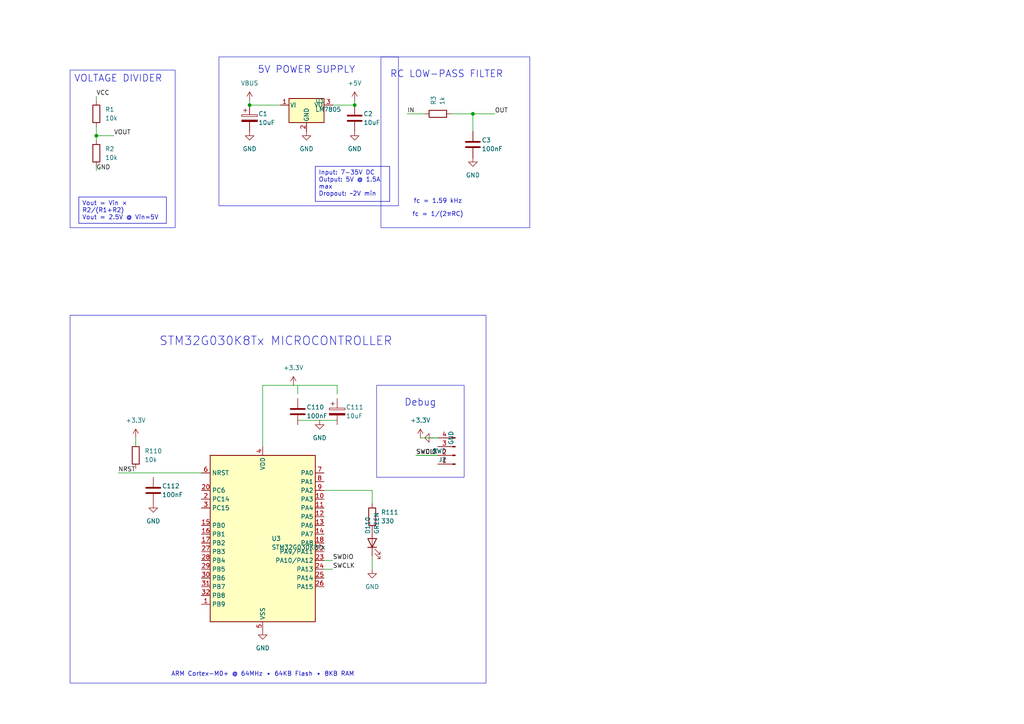
<source format=kicad_sch>
(kicad_sch (version 20250114) (generator "eeschema") (generator_version "9.0")
  (paper "A4")
  (title_block (title "Demo_All_Circuits"))
  (lib_symbols
    (symbol "Device:R" (pin_numbers (hide yes)) (pin_names (offset 0))
      (property "Reference" "R" (at 2.032 0 90))
      (property "Value" "R" (at 0 0 90))
      (symbol "R_0_1"
        (rectangle (start -1.016 -2.54) (end 1.016 2.54) (stroke (width 0.254)))
      )
      (symbol "R_1_1"
        (pin passive line (at 0 3.81 270) (length 1.27) (name "~") (number "1"))
        (pin passive line (at 0 -3.81 90) (length 1.27) (name "~") (number "2"))
      )
    )
    (symbol "Device:C_Polarized" (pin_numbers (hide yes)) (pin_names (offset 0.254))
      (property "Reference" "C" (at 0.635 2.54 0))
      (property "Value" "C_Polarized" (at 0.635 -2.54 0))
      (symbol "C_Polarized_0_1"
        (rectangle (start -2.286 0.508) (end 2.286 1.016))
        (polyline (pts (xy -1.778 2.286) (xy -0.762 2.286)))
        (polyline (pts (xy -1.27 2.794) (xy -1.27 1.778)))
        (rectangle (start 2.286 -0.508) (end -2.286 -1.016) (fill (type outline)))
      )
      (symbol "C_Polarized_1_1"
        (pin passive line (at 0 3.81 270) (length 2.794) (name "~") (number "1"))
        (pin passive line (at 0 -3.81 90) (length 2.794) (name "~") (number "2"))
      )
    )
    (symbol "Regulator_Linear:LM7805_TO220" (pin_names (offset 0.254))
      (property "Reference" "U" (at -3.81 3.175 0))
      (property "Value" "LM7805_TO220" (at 0 3.175 0))
      (symbol "LM7805_TO220_0_1"
        (rectangle (start -5.08 1.905) (end 5.08 -5.08) (stroke (width 0.254)) (fill (type background)))
      )
      (symbol "LM7805_TO220_1_1"
        (pin power_in line (at -7.62 0 0) (length 2.54) (name "VI") (number "1"))
        (pin power_in line (at 0 -7.62 90) (length 2.54) (name "GND") (number "2"))
        (pin power_out line (at 7.62 0 180) (length 2.54) (name "VO") (number "3"))
      )
    )
    (symbol "Device:C" (pin_numbers (hide yes)) (pin_names (offset 0.254))
      (property "Reference" "C" (at 0.635 2.54 0))
      (property "Value" "C" (at 0.635 -2.54 0))
      (symbol "C_0_1"
        (polyline (pts (xy -2.032 0.762) (xy 2.032 0.762)) (stroke (width 0.508)))
        (polyline (pts (xy -2.032 -0.762) (xy 2.032 -0.762)) (stroke (width 0.508)))
      )
      (symbol "C_1_1"
        (pin passive line (at 0 3.81 270) (length 2.794) (name "~") (number "1"))
        (pin passive line (at 0 -3.81 90) (length 2.794) (name "~") (number "2"))
      )
    )
    (symbol "power:VBUS" (power) (pin_numbers (hide yes)) (pin_names (offset 0) (hide yes))
      (property "Value" "VBUS" (at 0 3.556 0))
      (symbol "VBUS_0_1"
        (polyline (pts (xy -0.762 1.27) (xy 0 2.54)))
        (polyline (pts (xy 0 2.54) (xy 0.762 1.27)))
        (polyline (pts (xy 0 0) (xy 0 2.54)))
      )
      (symbol "VBUS_1_1"
        (pin power_in line (at 0 0 90) (length 0) (name "~") (number "1"))
      )
    )
    (symbol "power:+5V" (power) (pin_numbers (hide yes)) (pin_names (offset 0) (hide yes))
      (property "Value" "+5V" (at 0 3.556 0))
      (symbol "+5V_0_1"
        (polyline (pts (xy -0.762 1.27) (xy 0 2.54)))
        (polyline (pts (xy 0 2.54) (xy 0.762 1.27)))
        (polyline (pts (xy 0 0) (xy 0 2.54)))
      )
      (symbol "+5V_1_1"
        (pin power_in line (at 0 0 90) (length 0) (name "~") (number "1"))
      )
    )
    (symbol "power:GND" (power) (pin_numbers (hide yes)) (pin_names (offset 0) (hide yes))
      (property "Value" "GND" (at 0 -3.81 0))
      (symbol "GND_0_1"
        (polyline (pts (xy 0 0) (xy 0 -1.27) (xy 1.27 -1.27) (xy 0 -2.54) (xy -1.27 -1.27) (xy 0 -1.27)))
      )
      (symbol "GND_1_1"
        (pin power_in line (at 0 0 270) (length 0) (name "~") (number "1"))
      )
    )
    (symbol "MCU_ST_STM32G0:STM32G030K8Tx"
      (property "Reference" "U" (at -15.24 26.67 0))
      (property "Value" "STM32G030K8Tx" (at 2.54 26.67 0))
      (symbol "STM32G030K8Tx_0_1"
        (rectangle (start -15.24 -22.86) (end 15.24 25.4) (stroke (width 0.254)) (fill (type background)))
      )
      (symbol "STM32G030K8Tx_1_1"
        (pin input line (at -17.78 20.32 0) (length 2.54) (name "NRST") (number "6"))
        (pin bidirectional line (at -17.78 15.24 0) (length 2.54) (name "PC6") (number "20"))
        (pin bidirectional line (at -17.78 12.7 0) (length 2.54) (name "PC14") (number "2"))
        (pin bidirectional line (at -17.78 10.16 0) (length 2.54) (name "PC15") (number "3"))
        (pin bidirectional line (at -17.78 5.08 0) (length 2.54) (name "PB0") (number "15"))
        (pin bidirectional line (at -17.78 2.54 0) (length 2.54) (name "PB1") (number "16"))
        (pin bidirectional line (at -17.78 0 0) (length 2.54) (name "PB2") (number "17"))
        (pin bidirectional line (at -17.78 -2.54 0) (length 2.54) (name "PB3") (number "27"))
        (pin bidirectional line (at -17.78 -5.08 0) (length 2.54) (name "PB4") (number "28"))
        (pin bidirectional line (at -17.78 -7.62 0) (length 2.54) (name "PB5") (number "29"))
        (pin bidirectional line (at -17.78 -10.16 0) (length 2.54) (name "PB6") (number "30"))
        (pin bidirectional line (at -17.78 -12.7 0) (length 2.54) (name "PB7") (number "31"))
        (pin bidirectional line (at -17.78 -15.24 0) (length 2.54) (name "PB8") (number "32"))
        (pin bidirectional line (at -17.78 -17.78 0) (length 2.54) (name "PB9") (number "1"))
        (pin no_connect line (at -15.24 -20.32 0) (length 2.54) (hide yes) (name "NC/PA10") (number "21"))
        (pin no_connect line (at -15.24 -22.86 0) (length 2.54) (hide yes) (name "NC/PA9") (number "19"))
        (pin power_in line (at 0 27.94 270) (length 2.54) (name "VDD") (number "4"))
        (pin power_in line (at 0 -25.4 90) (length 2.54) (name "VSS") (number "5"))
        (pin bidirectional line (at 17.78 20.32 180) (length 2.54) (name "PA0") (number "7"))
        (pin bidirectional line (at 17.78 17.78 180) (length 2.54) (name "PA1") (number "8"))
        (pin bidirectional line (at 17.78 15.24 180) (length 2.54) (name "PA2") (number "9"))
        (pin bidirectional line (at 17.78 12.7 180) (length 2.54) (name "PA3") (number "10"))
        (pin bidirectional line (at 17.78 10.16 180) (length 2.54) (name "PA4") (number "11"))
        (pin bidirectional line (at 17.78 7.62 180) (length 2.54) (name "PA5") (number "12"))
        (pin bidirectional line (at 17.78 5.08 180) (length 2.54) (name "PA6") (number "13"))
        (pin bidirectional line (at 17.78 2.54 180) (length 2.54) (name "PA7") (number "14"))
        (pin bidirectional line (at 17.78 0 180) (length 2.54) (name "PA8") (number "18"))
        (pin bidirectional line (at 17.78 -2.54 180) (length 2.54) (name "PA9/PA11") (number "22"))
        (pin bidirectional line (at 17.78 -5.08 180) (length 2.54) (name "PA10/PA12") (number "23"))
        (pin bidirectional line (at 17.78 -7.62 180) (length 2.54) (name "PA13") (number "24"))
        (pin bidirectional line (at 17.78 -10.16 180) (length 2.54) (name "PA14") (number "25"))
        (pin bidirectional line (at 17.78 -12.7 180) (length 2.54) (name "PA15") (number "26"))
      )
    )
    (symbol "Device:LED" (pin_numbers (hide yes)) (pin_names (offset 1.016) (hide yes))
      (property "Reference" "D" (at 0 2.54 0))
      (property "Value" "LED" (at 0 -2.54 0))
      (symbol "LED_0_1"
        (polyline (pts (xy -3.048 -0.762) (xy -4.572 -2.286) (xy -3.81 -2.286) (xy -4.572 -2.286) (xy -4.572 -1.524)))
        (polyline (pts (xy -1.778 -0.762) (xy -3.302 -2.286) (xy -2.54 -2.286) (xy -3.302 -2.286) (xy -3.302 -1.524)))
        (polyline (pts (xy -1.27 0) (xy 1.27 0)))
        (polyline (pts (xy -1.27 -1.27) (xy -1.27 1.27)) (stroke (width 0.254)))
        (polyline (pts (xy 1.27 -1.27) (xy 1.27 1.27) (xy -1.27 0) (xy 1.27 -1.27)) (stroke (width 0.254)))
      )
      (symbol "LED_1_1"
        (pin passive line (at -3.81 0 0) (length 2.54) (name "K") (number "1"))
        (pin passive line (at 3.81 0 180) (length 2.54) (name "A") (number "2"))
      )
    )
    (symbol "Connector:Conn_01x04_Pin" (pin_names (offset 1.016) (hide yes))
      (property "Reference" "J" (at 0 5.08 0))
      (property "Value" "Conn_01x04_Pin" (at 0 -7.62 0))
      (symbol "Conn_01x04_Pin_1_1"
        (rectangle (start 0.8636 2.667) (end 0 2.413) (stroke (width 0.1524)) (fill (type outline)))
        (rectangle (start 0.8636 0.127) (end 0 -0.127) (stroke (width 0.1524)) (fill (type outline)))
        (rectangle (start 0.8636 -2.413) (end 0 -2.667) (stroke (width 0.1524)) (fill (type outline)))
        (rectangle (start 0.8636 -4.953) (end 0 -5.207) (stroke (width 0.1524)) (fill (type outline)))
        (polyline (pts (xy 1.27 2.54) (xy 0.8636 2.54)) (stroke (width 0.1524)))
        (polyline (pts (xy 1.27 0) (xy 0.8636 0)) (stroke (width 0.1524)))
        (polyline (pts (xy 1.27 -2.54) (xy 0.8636 -2.54)) (stroke (width 0.1524)))
        (polyline (pts (xy 1.27 -5.08) (xy 0.8636 -5.08)) (stroke (width 0.1524)))
        (pin passive line (at 5.08 2.54 180) (length 3.81) (name "Pin_1") (number "1"))
        (pin passive line (at 5.08 0 180) (length 3.81) (name "Pin_2") (number "2"))
        (pin passive line (at 5.08 -2.54 180) (length 3.81) (name "Pin_3") (number "3"))
        (pin passive line (at 5.08 -5.08 180) (length 3.81) (name "Pin_4") (number "4"))
      )
    )
    (symbol "power:+3.3V" (power) (pin_numbers (hide yes)) (pin_names (offset 0) (hide yes))
      (property "Value" "+3.3V" (at 0 3.556 0))
      (symbol "+3.3V_0_1"
        (polyline (pts (xy -0.762 1.27) (xy 0 2.54)))
        (polyline (pts (xy 0 2.54) (xy 0.762 1.27)))
        (polyline (pts (xy 0 0) (xy 0 2.54)))
      )
      (symbol "+3.3V_1_1"
        (pin power_in line (at 0 0 90) (length 0) (name "~") (number "1"))
      )
    )
  )
  (symbol (lib_id "Device:R") (at 27.94 33.02 0) (unit 1)
    (property "Reference" "R1" (at 30.48 31.7499 0) (effects (justify left)))
    (property "Value" "10k" (at 30.48 34.2899 0) (effects (justify left)))
  )
  (symbol (lib_id "Device:R") (at 27.94 44.45 0) (unit 1)
    (property "Reference" "R2" (at 30.48 43.1799 0) (effects (justify left)))
    (property "Value" "10k" (at 30.48 45.7199 0) (effects (justify left)))
  )
  (symbol (lib_id "Device:C_Polarized") (at 72.39 34.29 0) (unit 1)
    (property "Reference" "C1" (at 74.93 33.0199 0) (effects (justify left)))
    (property "Value" "10uF" (at 74.93 35.5599 0) (effects (justify left)))
  )
  (symbol (lib_id "Regulator_Linear:LM7805_TO220") (at 88.9 30.48 0) (unit 1)
    (property "Reference" "U1" (at 91.44 29.2099 0) (effects (justify left)))
    (property "Value" "LM7805" (at 91.44 31.7499 0) (effects (justify left)))
  )
  (symbol (lib_id "Device:C") (at 102.87 34.29 0) (unit 1)
    (property "Reference" "C2" (at 105.41 33.0199 0) (effects (justify left)))
    (property "Value" "10uF" (at 105.41 35.5599 0) (effects (justify left)))
  )
  (symbol (lib_id "power:VBUS") (at 72.39 29.21 0) (unit 1)
    (property "Reference" "#PWR01" (effects (hide yes)))
    (property "Value" "VBUS" (at 72.39 24.13 0))
  )
  (symbol (lib_id "power:+5V") (at 102.87 29.21 0) (unit 1)
    (property "Reference" "#PWR02" (effects (hide yes)))
    (property "Value" "+5V" (at 102.87 24.13 0))
  )
  (symbol (lib_id "power:GND") (at 72.39 38.1 0) (unit 1)
    (property "Reference" "#PWR03" (effects (hide yes)))
    (property "Value" "GND" (at 72.39 43.18 0))
  )
  (symbol (lib_id "power:GND") (at 88.9 38.1 0) (unit 1)
    (property "Reference" "#PWR04" (effects (hide yes)))
    (property "Value" "GND" (at 88.9 43.18 0))
  )
  (symbol (lib_id "power:GND") (at 102.87 38.1 0) (unit 1)
    (property "Reference" "#PWR05" (effects (hide yes)))
    (property "Value" "GND" (at 102.87 43.18 0))
  )
  (symbol (lib_id "Device:R") (at 127 33.02 90) (unit 1)
    (property "Reference" "R3" (at 125.7299 30.48 0) (effects (justify left)))
    (property "Value" "1k" (at 128.2699 30.48 0) (effects (justify left)))
  )
  (symbol (lib_id "Device:C") (at 137.16 41.91 0) (unit 1)
    (property "Reference" "C3" (at 139.7 40.6399 0) (effects (justify left)))
    (property "Value" "100nF" (at 139.7 43.1799 0) (effects (justify left)))
  )
  (symbol (lib_id "power:GND") (at 137.16 45.72 0) (unit 1)
    (property "Reference" "#PWR06" (effects (hide yes)))
    (property "Value" "GND" (at 137.16 50.8 0))
  )
  (symbol (lib_id "MCU_ST_STM32G0:STM32G030K8Tx") (at 76.2 157.48 0) (unit 1)
    (property "Reference" "U3" (at 78.74 156.2099 0) (effects (justify left)))
    (property "Value" "STM32G030K8Tx" (at 78.74 158.7499 0) (effects (justify left)))
  )
  (symbol (lib_id "Device:R") (at 39.37 132.08 0) (unit 1)
    (property "Reference" "R110" (at 41.91 130.8099 0) (effects (justify left)))
    (property "Value" "10k" (at 41.91 133.3499 0) (effects (justify left)))
  )
  (symbol (lib_id "Device:R") (at 107.95 149.86 0) (unit 1)
    (property "Reference" "R111" (at 110.49 148.5899 0) (effects (justify left)))
    (property "Value" "330" (at 110.49 151.1299 0) (effects (justify left)))
  )
  (symbol (lib_id "Device:LED") (at 107.95 157.48 90) (unit 1)
    (property "Reference" "D110" (at 106.6799 154.94 0) (effects (justify left)))
    (property "Value" "GREEN" (at 109.2199 154.94 0) (effects (justify left)))
  )
  (symbol (lib_id "Device:C") (at 86.36 119.38 0) (unit 1)
    (property "Reference" "C110" (at 88.9 118.1099 0) (effects (justify left)))
    (property "Value" "100nF" (at 88.9 120.6499 0) (effects (justify left)))
  )
  (symbol (lib_id "Device:C_Polarized") (at 97.79 119.38 0) (unit 1)
    (property "Reference" "C111" (at 100.33 118.1099 0) (effects (justify left)))
    (property "Value" "10uF" (at 100.33 120.6499 0) (effects (justify left)))
  )
  (symbol (lib_id "Device:C") (at 44.45 142.24 0) (unit 1)
    (property "Reference" "C112" (at 46.99 140.9699 0) (effects (justify left)))
    (property "Value" "100nF" (at 46.99 143.5099 0) (effects (justify left)))
  )
  (symbol (lib_id "Connector:Conn_01x04_Pin") (at 132.08 132.08 180) (unit 1)
    (property "Reference" "J2" (at 129.54 133.3501 0) (effects (justify left)))
    (property "Value" "SWD" (at 129.54 130.8101 0) (effects (justify left)))
  )
  (symbol (lib_id "power:+3.3V") (at 85.09 111.76 0) (unit 1)
    (property "Reference" "#PWR120" (effects (hide yes)))
    (property "Value" "+3.3V" (at 85.09 106.68 0))
  )
  (symbol (lib_id "power:+3.3V") (at 121.92 127 0) (unit 1)
    (property "Reference" "#PWR121" (effects (hide yes)))
    (property "Value" "+3.3V" (at 121.92 121.92 0))
  )
  (symbol (lib_id "power:+3.3V") (at 39.37 127 0) (unit 1)
    (property "Reference" "#PWR122" (effects (hide yes)))
    (property "Value" "+3.3V" (at 39.37 121.92 0))
  )
  (symbol (lib_id "power:GND") (at 107.95 165.1 0) (unit 1)
    (property "Reference" "#PWR123" (effects (hide yes)))
    (property "Value" "GND" (at 107.95 170.18 0))
  )
  (symbol (lib_id "power:GND") (at 92.71 121.92 0) (unit 1)
    (property "Reference" "#PWR124" (effects (hide yes)))
    (property "Value" "GND" (at 92.71 127 0))
  )
  (symbol (lib_id "power:GND") (at 76.2 182.88 0) (unit 1)
    (property "Reference" "#PWR125" (effects (hide yes)))
    (property "Value" "GND" (at 76.2 187.96 0))
  )
  (symbol (lib_id "power:GND") (at 44.45 146.05 0) (unit 1)
    (property "Reference" "#PWR126" (effects (hide yes)))
    (property "Value" "GND" (at 44.45 151.13 0))
  )
  (symbol (lib_id "power:GND") (at 125.73 127 270) (unit 1)
    (property "Reference" "#PWR127" (effects (hide yes)))
    (property "Value" "GND" (at 130.81 127 0))
  )
  (wire (pts (xy 27.94 27.94) (xy 27.94 29.21)))
  (wire (pts (xy 27.94 36.83) (xy 27.94 39.37)))
  (wire (pts (xy 27.94 39.37) (xy 27.94 40.64)))
  (wire (pts (xy 27.94 48.26) (xy 27.94 49.53)))
  (wire (pts (xy 27.94 39.37) (xy 33.02 39.37)))
  (wire (pts (xy 72.39 29.21) (xy 72.39 30.48)))
  (wire (pts (xy 72.39 30.48) (xy 72.39 30.48)))
  (wire (pts (xy 72.39 30.48) (xy 81.28 30.48)))
  (wire (pts (xy 96.52 30.48) (xy 102.87 30.48)))
  (wire (pts (xy 102.87 30.48) (xy 102.87 30.48)))
  (wire (pts (xy 102.87 30.48) (xy 102.87 29.21)))
  (wire (pts (xy 72.39 38.1) (xy 72.39 38.1)))
  (wire (pts (xy 88.9 38.1) (xy 88.9 38.1)))
  (wire (pts (xy 102.87 38.1) (xy 102.87 38.1)))
  (wire (pts (xy 118.11 33.02) (xy 123.19 33.02)))
  (wire (pts (xy 130.81 33.02) (xy 137.16 33.02)))
  (wire (pts (xy 137.16 33.02) (xy 143.51 33.02)))
  (wire (pts (xy 137.16 33.02) (xy 137.16 38.1)))
  (wire (pts (xy 137.16 45.72) (xy 137.16 45.72)))
  (wire (pts (xy 86.36 121.92) (xy 92.71 121.92)))
  (wire (pts (xy 92.71 121.92) (xy 97.79 121.92)))
  (wire (pts (xy 76.2 111.76) (xy 85.09 111.76)))
  (wire (pts (xy 85.09 111.76) (xy 86.36 111.76)))
  (wire (pts (xy 86.36 111.76) (xy 97.79 111.76)))
  (wire (pts (xy 76.2 111.76) (xy 76.2 130.81)))
  (wire (pts (xy 85.09 111.76) (xy 85.09 111.76)))
  (wire (pts (xy 86.36 111.76) (xy 86.36 114.3)))
  (wire (pts (xy 97.79 111.76) (xy 97.79 114.3)))
  (wire (pts (xy 39.37 137.16) (xy 44.45 137.16)))
  (wire (pts (xy 44.45 137.16) (xy 58.42 137.16)))
  (wire (pts (xy 34.29 137.16) (xy 39.37 137.16)))
  (wire (pts (xy 39.37 129.54) (xy 39.37 127)))
  (wire (pts (xy 93.98 142.24) (xy 107.95 142.24)))
  (wire (pts (xy 107.95 142.24) (xy 107.95 146.05)))
  (wire (pts (xy 107.95 152.4) (xy 107.95 152.4)))
  (wire (pts (xy 107.95 160.02) (xy 107.95 165.1)))
  (wire (pts (xy 121.92 127) (xy 127 127)))
  (wire (pts (xy 125.73 127) (xy 127 127)))
  (wire (pts (xy 120.65 132.08) (xy 127 132.08)))
  (wire (pts (xy 120.65 132.08) (xy 127 132.08)))
  (wire (pts (xy 96.52 162.56) (xy 93.98 162.56)))
  (wire (pts (xy 96.52 165.1) (xy 93.98 165.1)))
  (junction (at 27.94 39.37))
  (junction (at 72.39 30.48))
  (junction (at 102.87 30.48))
  (junction (at 137.16 33.02))
  (label "VCC" (at 27.94 27.94 0))
  (label "VOUT" (at 33.02 39.37 0))
  (label "GND" (at 27.94 49.53 0))
  (label "IN" (at 118.11 33.02 0))
  (label "OUT" (at 143.51 33.02 0))
  (label "NRST" (at 34.29 137.16 0))
  (label "SWDIO" (at 96.52 162.56 0))
  (label "SWCLK" (at 96.52 165.1 0))
  (label "SWDIO" (at 120.65 132.08 0))
  (label "SWCLK" (at 120.65 132.08 0))
  (rectangle (start 20.32 20.32) (end 50.8 66.04) (stroke (width 0.127)))
  (rectangle (start 63.5 16.51) (end 115.57 59.69) (stroke (width 0.127)))
  (rectangle (start 110.49 16.51) (end 153.67 66.04) (stroke (width 0.127)))
  (rectangle (start 20.32 91.44) (end 140.97 198.12) (stroke (width 0.127)))
  (rectangle (start 109.22 111.76) (end 134.62 138.43) (stroke (width 0.127)))
  (text "VOLTAGE DIVIDER" (at 34.29 22.86 0.0000) (effects (font (size 2 2))))
  (text "5V POWER SUPPLY" (at 88.9 20.32 0.0000) (effects (font (size 2 2))))
  (text "RC LOW-PASS FILTER" (at 129.54 21.59 0.0000) (effects (font (size 2 2))))
  (text "fc = 1.59 kHz" (at 127 58.42 0.0000) (effects (font (size 1.27 1.27))))
  (text "fc = 1/(2πRC)" (at 127 62.23 0.0000) (effects (font (size 1.27 1.27))))
  (text "STM32G030K8Tx MICROCONTROLLER" (at 80.01 99.06 0.0000) (effects (font (size 2.5 2.5))))
  (text "ARM Cortex-M0+ @ 64MHz • 64KB Flash • 8KB RAM" (at 76.2 195.58 0.0000) (effects (font (size 1.27 1.27))))
  (text "Debug" (at 121.92 116.84 0.0000) (effects (font (size 2 2))))
  (text_box "Vout = Vin × R2/(R1+R2)\nVout = 2.5V @ Vin=5V" (at 22.86 57.15 0.0000) (size 25.4 7.62) (margins 0.9525 0.9525 0.9525 0.9525) (effects (font (size 1.27 1.27)) (justify left top)))
  (text_box "Input: 7-35V DC\nOutput: 5V @ 1.5A max\nDropout: ~2V min" (at 91.44 48.26 0.0000) (size 21.59 10.16) (margins 0.9525 0.9525 0.9525 0.9525) (effects (font (size 1.27 1.27)) (justify left top)))
)
</source>
